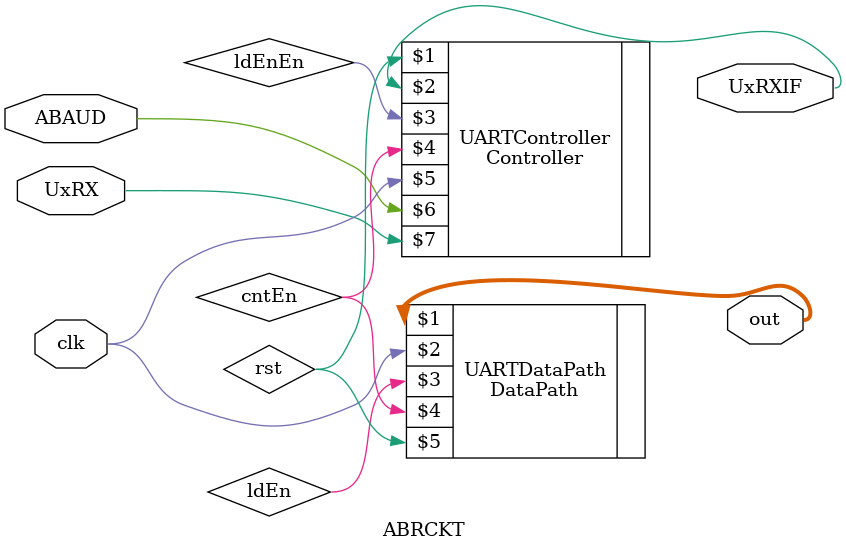
<source format=v>
`timescale 1ps/1ps
module ABRCKT(input clk, ABAUD, UxRX, output UxRXIF, output [7:0] out);
    wire rst,ldEn, cntEn;
    Controller UARTController(rst, UxRXIF, ldEnEn, cntEn, clk, ABAUD, UxRX);
    DataPath UARTDataPath(out, clk, ldEn, cntEn, rst);
endmodule

</source>
